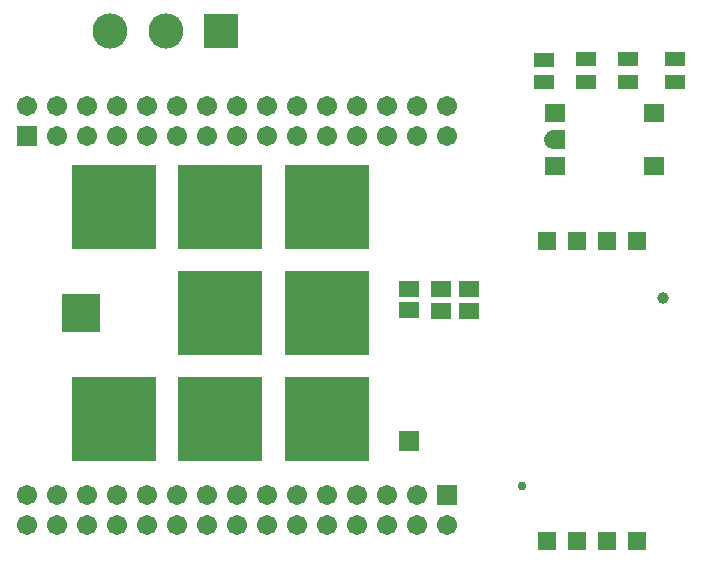
<source format=gts>
G04*
G04 #@! TF.GenerationSoftware,Altium Limited,Altium Designer,22.0.2 (36)*
G04*
G04 Layer_Color=8388736*
%FSLAX25Y25*%
%MOIN*%
G70*
G04*
G04 #@! TF.SameCoordinates,1C5B4622-B4AA-4E77-B977-5182896014AD*
G04*
G04*
G04 #@! TF.FilePolarity,Negative*
G04*
G01*
G75*
%ADD19R,0.07099X0.06292*%
%ADD20R,0.12611X0.12611*%
%ADD21R,0.28359X0.28359*%
%ADD22R,0.06509X0.05328*%
%ADD23R,0.05918X0.06312*%
%ADD24R,0.06902X0.04540*%
%ADD25C,0.11725*%
%ADD26R,0.11725X0.11725*%
%ADD27C,0.06706*%
%ADD28R,0.06706X0.06706*%
%ADD29C,0.03950*%
%ADD30C,0.02965*%
%ADD31R,0.06706X0.06706*%
%ADD32C,0.03162*%
G36*
X184222Y138368D02*
X183896Y138419D01*
X183578Y138505D01*
X183270Y138623D01*
X182976Y138772D01*
X182700Y138952D01*
X182444Y139159D01*
X182211Y139392D01*
X182003Y139649D01*
X181824Y139925D01*
X181674Y140219D01*
X181556Y140527D01*
X181470Y140845D01*
X181419Y141171D01*
X181402Y141500D01*
X181419Y141829D01*
X181470Y142155D01*
X181556Y142473D01*
X181674Y142781D01*
X181824Y143075D01*
X182003Y143351D01*
X182211Y143607D01*
X182444Y143841D01*
X182700Y144048D01*
X182976Y144228D01*
X183270Y144377D01*
X183578Y144495D01*
X183896Y144581D01*
X184222Y144632D01*
X184551Y144650D01*
X188488D01*
Y138350D01*
X184551D01*
X184222Y138368D01*
D02*
G37*
D19*
X184945Y132652D02*
D03*
Y150348D02*
D03*
X218055D02*
D03*
Y132652D02*
D03*
D20*
X27173Y83567D02*
D03*
D21*
X108866Y119000D02*
D03*
X38000Y48134D02*
D03*
X108866Y83567D02*
D03*
X73433Y119000D02*
D03*
Y83567D02*
D03*
Y48134D02*
D03*
X38000Y119000D02*
D03*
X108866Y48134D02*
D03*
D22*
X147000Y91500D02*
D03*
Y84413D02*
D03*
X156500Y91500D02*
D03*
Y84413D02*
D03*
X136500Y91587D02*
D03*
Y84500D02*
D03*
D23*
X212500Y7583D02*
D03*
X202500D02*
D03*
X192500D02*
D03*
X182500D02*
D03*
X212500Y107583D02*
D03*
X202500D02*
D03*
X192500D02*
D03*
X182500D02*
D03*
D24*
X225000Y160760D02*
D03*
Y168240D02*
D03*
X209500Y160760D02*
D03*
Y168240D02*
D03*
X195500Y160760D02*
D03*
Y168240D02*
D03*
X181500Y160520D02*
D03*
Y168000D02*
D03*
D25*
X36803Y177772D02*
D03*
X55307D02*
D03*
D26*
X73811D02*
D03*
D27*
X8949Y12890D02*
D03*
Y22890D02*
D03*
X18949Y12890D02*
D03*
Y22890D02*
D03*
X28949Y12890D02*
D03*
Y22890D02*
D03*
X38949Y12890D02*
D03*
Y22890D02*
D03*
X48949Y12890D02*
D03*
Y22890D02*
D03*
X58949Y12890D02*
D03*
Y22890D02*
D03*
X68949Y12890D02*
D03*
Y22890D02*
D03*
X78949Y12890D02*
D03*
Y22890D02*
D03*
X88949Y12890D02*
D03*
Y22890D02*
D03*
X98949Y12890D02*
D03*
Y22890D02*
D03*
X108949Y12890D02*
D03*
Y22890D02*
D03*
X118949Y12890D02*
D03*
Y22890D02*
D03*
X128949Y12890D02*
D03*
Y22890D02*
D03*
X138949Y12890D02*
D03*
Y22890D02*
D03*
X148949Y12890D02*
D03*
Y152500D02*
D03*
Y142500D02*
D03*
X138949Y152500D02*
D03*
Y142500D02*
D03*
X128949Y152500D02*
D03*
Y142500D02*
D03*
X118949Y152500D02*
D03*
Y142500D02*
D03*
X108949Y152500D02*
D03*
Y142500D02*
D03*
X98949Y152500D02*
D03*
Y142500D02*
D03*
X88949Y152500D02*
D03*
Y142500D02*
D03*
X78949Y152500D02*
D03*
Y142500D02*
D03*
X68949Y152500D02*
D03*
Y142500D02*
D03*
X58949Y152500D02*
D03*
Y142500D02*
D03*
X48949Y152500D02*
D03*
Y142500D02*
D03*
X38949Y152500D02*
D03*
Y142500D02*
D03*
X28949Y152500D02*
D03*
Y142500D02*
D03*
X18949Y152500D02*
D03*
Y142500D02*
D03*
X8949Y152500D02*
D03*
D28*
X148949Y22890D02*
D03*
X8949Y142500D02*
D03*
D29*
X221122Y88606D02*
D03*
D30*
X173878Y26008D02*
D03*
D31*
X136500Y41000D02*
D03*
D32*
X224776Y160681D02*
D03*
X209276Y160500D02*
D03*
X195276Y160362D02*
D03*
M02*

</source>
